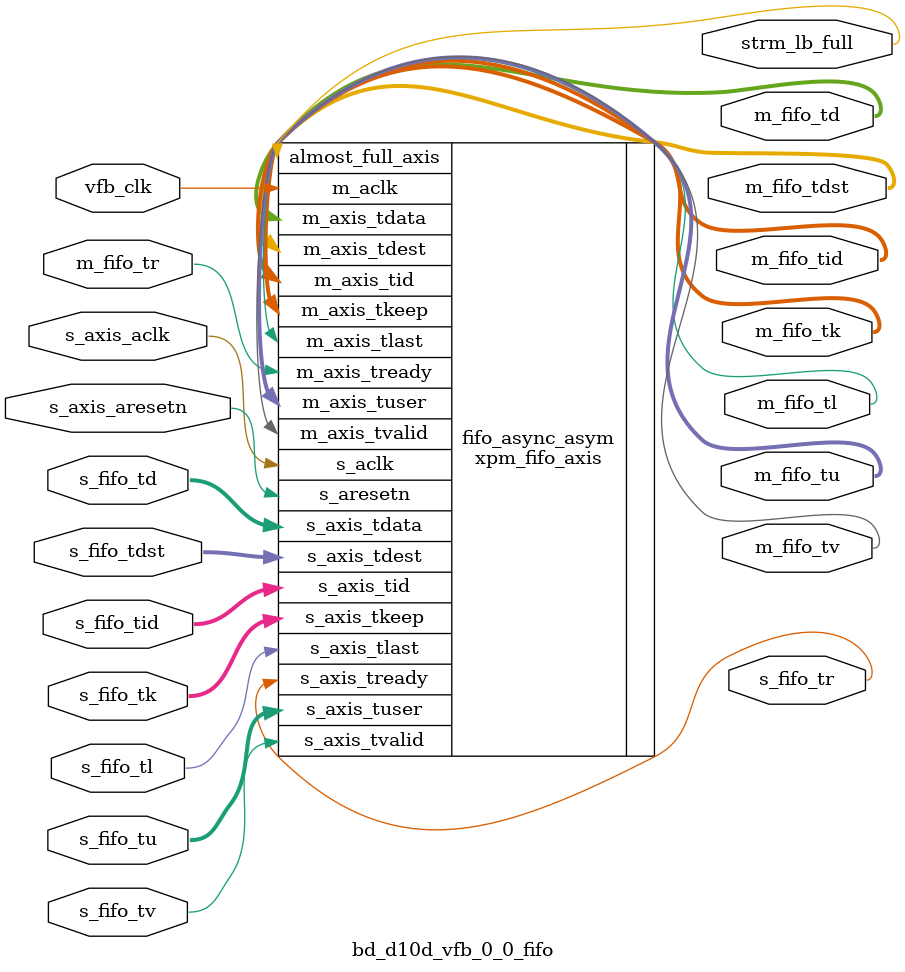
<source format=v>
`timescale 1ps/1ps
module bd_d10d_vfb_0_0_fifo (
  input            s_axis_aclk    ,

  input         s_axis_aresetn ,
  input            vfb_clk        ,
  output    s_fifo_tr      ,
  input     s_fifo_tv      ,
  input      [64-1:0]  s_fifo_td      ,
  input [31:0]     s_fifo_tid    ,   
  input      [24-1:0]  s_fifo_tu      ,
  input      [31:0] s_fifo_tdst      ,
  input      [8-1:0] s_fifo_tk      ,
  input      s_fifo_tl      ,
  input     m_fifo_tr      ,
  output     m_fifo_tv      ,
  output   [64-1:0]   m_fifo_td      ,
  output [31:0]     m_fifo_tid    ,   
  output[ 31:0]     m_fifo_tdst    ,   
  output   [24-1:0]  m_fifo_tu      ,
  output    [8-1:0] m_fifo_tk      ,
  output      m_fifo_tl      ,
  output  strm_lb_full   
);

xpm_fifo_axis#(
      .CLOCKING_MODE("independent_clock"), // String
      .ECC_MODE("no_ecc"),            // String
      .FIFO_DEPTH(1024),              // DECIMAL
      .FIFO_MEMORY_TYPE("block"),      // String
      .PACKET_FIFO("false"),          // String
      .PROG_EMPTY_THRESH(10),         // DECIMAL
      .PROG_FULL_THRESH(1019),          // DECIMAL
      .RD_DATA_COUNT_WIDTH(1),        // DECIMAL
      .RELATED_CLOCKS(0),             // DECIMAL
      .SIM_ASSERT_CHK(0),             // DECIMAL; 0=disable simulation messages, 1=enable simulation messages
      .TDATA_WIDTH(64),               // DECIMAL
      .TDEST_WIDTH(32),                // DECIMAL
      .TID_WIDTH(32),                  // DECIMAL
      .TUSER_WIDTH(24),                // DECIMAL
      .USE_ADV_FEATURES("1000"),      // String
      .WR_DATA_COUNT_WIDTH(1)         // DECIMAL
 ) fifo_async_asym(
  .s_aclk            (s_axis_aclk    ),
  .s_aresetn         (s_axis_aresetn ),
  .m_aclk            (vfb_clk        ),
  .s_axis_tready     (s_fifo_tr      ),
  .s_axis_tvalid     (s_fifo_tv      ),
  .s_axis_tdata      (s_fifo_td      ),
  .s_axis_tid      ( s_fifo_tid      ),
  .s_axis_tuser      (s_fifo_tu      ),
  .s_axis_tdest      (s_fifo_tdst      ),
  .s_axis_tkeep      (s_fifo_tk      ),
  .s_axis_tlast      (s_fifo_tl      ),
  .m_axis_tready     (m_fifo_tr      ),
  .m_axis_tvalid     (m_fifo_tv      ),
  .m_axis_tdata      (m_fifo_td      ),
  .m_axis_tid        (m_fifo_tid      ),
  .m_axis_tdest      (m_fifo_tdst     ),
  .m_axis_tuser      (m_fifo_tu      ),
  .m_axis_tkeep      (m_fifo_tk      ),
  .m_axis_tlast      (m_fifo_tl      ),
  .almost_full_axis  (strm_lb_full   )
);
endmodule

</source>
